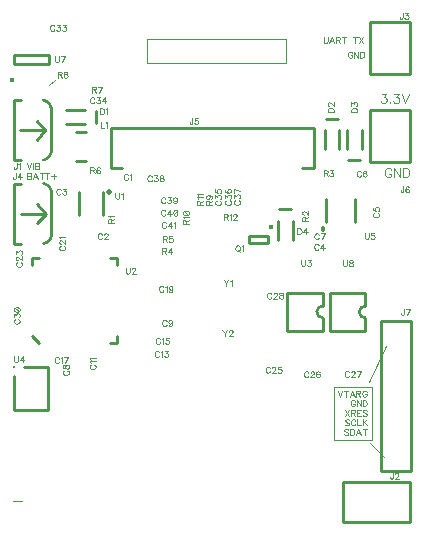
<source format=gbr>
G04 DipTrace 3.1.0.0*
G04 TopSilk.gbr*
%MOIN*%
G04 #@! TF.FileFunction,Legend,Top*
G04 #@! TF.Part,Single*
%ADD10C,0.009843*%
%ADD20C,0.001*%
%ADD21C,0.001312*%
%ADD22C,0.004003*%
%ADD23C,0.004*%
%ADD40C,0.015403*%
%ADD46O,0.01799X0.01862*%
%ADD50C,0.012493*%
%ADD52O,0.017389X0.017948*%
%ADD54C,0.015401*%
%ADD86C,0.003088*%
%ADD87C,0.004632*%
%FSLAX26Y26*%
G04*
G70*
G90*
G75*
G01*
G04 TopSilk*
%LPD*%
X33992Y76985D2*
D20*
X5000D1*
X244501Y1331379D2*
D10*
X181504D1*
X283000Y1335002D2*
Y1374998D1*
X244501Y1378621D2*
X181504D1*
X1092621Y1311501D2*
Y1248504D1*
X1088998Y1350000D2*
X1049002D1*
X1045379Y1311501D2*
Y1248504D1*
X1119379Y1249499D2*
Y1312496D1*
X1123002Y1211000D2*
X1162998D1*
X1166621Y1249499D2*
Y1312496D1*
X936621Y1009194D2*
Y946197D1*
X932998Y1047693D2*
X893002D1*
X889379Y1009194D2*
Y946197D1*
X29651Y1312000D2*
X112364D1*
X84789Y1280496D2*
X112364Y1312000D1*
X106570Y1212008D2*
G03X131581Y1249495I-6213J31232D01*
G01*
Y1374505D1*
G03X106570Y1411992I-31224J6255D01*
G01*
X31524Y1212008D2*
X6513D1*
Y1411992D1*
X31524D1*
X112364Y1312000D2*
X84789Y1343504D1*
X1328205Y6567D2*
X1103795D1*
Y140425D1*
X1328205D1*
Y6567D1*
X1195567Y1497402D2*
X1329425D1*
Y1672598D1*
X1195567D1*
Y1497402D1*
X30562Y1033798D2*
X113274D1*
X85699Y1002294D2*
X113274Y1033798D1*
X107480Y933806D2*
G03X132492Y971293I-6213J31232D01*
G01*
Y1096303D1*
G03X107480Y1133790I-31224J6255D01*
G01*
X32435Y933806D2*
X7424D1*
Y1133790D1*
X32435D1*
X113274Y1033798D2*
X85699Y1065301D1*
X968310Y1185194D2*
X1007585D1*
Y1318990D1*
X330420D1*
Y1185194D1*
X369696D1*
X1195567Y1205008D2*
X1329425D1*
Y1380205D1*
X1195567D1*
Y1205008D1*
X1233005Y175975D2*
X1333006D1*
Y676020D1*
X1233005D1*
Y175975D1*
X246783Y1307217D2*
X215299D1*
X246783Y1208783D2*
X215299D1*
D40*
X863694Y989273D3*
X854499Y958812D2*
D10*
X791505D1*
Y935187D1*
X854499D1*
Y958812D1*
D46*
X324995Y1106312D3*
X303369Y1106386D2*
D10*
Y1027644D1*
X224629Y1106386D2*
Y1027644D1*
X328096Y603120D2*
X351880D1*
Y626904D1*
X68120Y886880D2*
Y863096D1*
Y886880D2*
X91904D1*
X351880Y863096D2*
Y886880D1*
X328096D2*
X351880D1*
X91904Y603120D2*
X68120Y626904D1*
X1037060Y768993D2*
X918950D1*
X1037060Y643002D2*
X918950D1*
Y768993D2*
Y643002D1*
X1037060Y768993D2*
Y725675D1*
Y686320D2*
Y643002D1*
Y725675D2*
G03X1037060Y686320I-24J-19677D01*
G01*
X40750Y522038D2*
X122003D1*
Y378290D1*
X9505D1*
Y490792D1*
D50*
X9493Y522030D3*
X1143512Y1004605D2*
D10*
Y1083348D1*
X1049016Y1004605D2*
Y1083348D1*
D52*
X1037956Y983971D3*
D54*
X2685Y1478225D3*
X7947Y1532291D2*
D10*
X126055D1*
X7947Y1563781D2*
X126055D1*
Y1532291D2*
Y1563781D1*
X7947Y1532291D2*
Y1563781D1*
X1178675Y768849D2*
X1060564D1*
X1178675Y642857D2*
X1060564D1*
Y768849D2*
Y642857D1*
X1178675Y768849D2*
Y725530D1*
Y686176D2*
Y642857D1*
Y725530D2*
G03X1178675Y686176I-24J-19677D01*
G01*
X450000Y1614173D2*
D21*
X915000D1*
Y1535433D1*
X450000D1*
Y1614173D1*
X1191000Y471000D2*
D22*
X1247000Y594000D1*
X125000Y1462000D2*
D23*
X145000Y1479000D1*
X1075000Y457000D2*
X1200000D1*
Y278000D1*
X1075000D1*
Y457000D1*
X1194000Y268000D2*
X1243000Y223000D1*
X387682Y1161288D2*
D86*
X386732Y1163189D1*
X384808Y1165113D1*
X382907Y1166064D1*
X379082D1*
X377159Y1165113D1*
X375258Y1163189D1*
X374285Y1161288D1*
X373334Y1158414D1*
Y1153617D1*
X374285Y1150765D1*
X375258Y1148842D1*
X377159Y1146940D1*
X379082Y1145968D1*
X382907D1*
X384808Y1146940D1*
X386732Y1148842D1*
X387682Y1150765D1*
X393858Y1162217D2*
X395781Y1163189D1*
X398655Y1166041D1*
Y1145968D1*
X301382Y963286D2*
X300432Y965187D1*
X298508Y967110D1*
X296607Y968061D1*
X292782D1*
X290859Y967110D1*
X288958Y965187D1*
X287985Y963286D1*
X287034Y960412D1*
Y955614D1*
X287985Y952762D1*
X288958Y950839D1*
X290859Y948938D1*
X292782Y947965D1*
X296607D1*
X298508Y948938D1*
X300432Y950839D1*
X301382Y952762D1*
X308531Y963263D2*
Y964214D1*
X309481Y966138D1*
X310432Y967088D1*
X312355Y968039D1*
X316180D1*
X318081Y967088D1*
X319032Y966138D1*
X320005Y964214D1*
Y962313D1*
X319032Y960389D1*
X317131Y957538D1*
X307558Y947965D1*
X320955D1*
X163382Y1112288D2*
X162432Y1114189D1*
X160508Y1116113D1*
X158607Y1117064D1*
X154782D1*
X152859Y1116113D1*
X150958Y1114189D1*
X149985Y1112288D1*
X149034Y1109414D1*
Y1104617D1*
X149985Y1101765D1*
X150958Y1099842D1*
X152859Y1097940D1*
X154782Y1096968D1*
X158607D1*
X160508Y1097940D1*
X162432Y1099842D1*
X163382Y1101765D1*
X171481Y1117041D2*
X181983D1*
X176257Y1109392D1*
X179131D1*
X181032Y1108441D1*
X181983Y1107491D1*
X182955Y1104617D1*
Y1102716D1*
X181983Y1099842D1*
X180081Y1097918D1*
X177207Y1096968D1*
X174333D1*
X171481Y1097918D1*
X170531Y1098891D1*
X169558Y1100792D1*
X1023172Y928183D2*
X1022221Y930085D1*
X1020298Y932008D1*
X1018397Y932959D1*
X1014572D1*
X1012649Y932008D1*
X1010747Y930085D1*
X1009775Y928183D1*
X1008824Y925309D1*
Y920512D1*
X1009775Y917660D1*
X1010747Y915737D1*
X1012649Y913835D1*
X1014572Y912863D1*
X1018397D1*
X1020298Y913835D1*
X1022221Y915737D1*
X1023172Y917660D1*
X1038920Y912863D2*
Y932936D1*
X1029348Y919561D1*
X1043696D1*
X1209709Y1036388D2*
X1207808Y1035437D1*
X1205885Y1033514D1*
X1204934Y1031612D1*
Y1027788D1*
X1205885Y1025864D1*
X1207808Y1023963D1*
X1209709Y1022990D1*
X1212583Y1022040D1*
X1217381D1*
X1220232Y1022990D1*
X1222156Y1023963D1*
X1224057Y1025864D1*
X1225030Y1027788D1*
Y1031612D1*
X1224057Y1033514D1*
X1222156Y1035437D1*
X1220233Y1036388D1*
X1204956Y1054037D2*
Y1044487D1*
X1213556Y1043536D1*
X1212605Y1044487D1*
X1211633Y1047361D1*
Y1050213D1*
X1212605Y1053087D1*
X1214507Y1055010D1*
X1217381Y1055961D1*
X1219282D1*
X1222156Y1055010D1*
X1224079Y1053086D1*
X1225030Y1050212D1*
Y1047361D1*
X1224079Y1044487D1*
X1223107Y1043536D1*
X1221205Y1042563D1*
X1165344Y1171881D2*
X1164393Y1173783D1*
X1162470Y1175706D1*
X1160568Y1176657D1*
X1156744D1*
X1154820Y1175706D1*
X1152919Y1173783D1*
X1151946Y1171881D1*
X1150996Y1169007D1*
Y1164210D1*
X1151946Y1161358D1*
X1152919Y1159435D1*
X1154820Y1157533D1*
X1156744Y1156561D1*
X1160568D1*
X1162470Y1157533D1*
X1164393Y1159435D1*
X1165344Y1161358D1*
X1182993Y1173783D2*
X1182043Y1175684D1*
X1179169Y1176635D1*
X1177267D1*
X1174393Y1175684D1*
X1172470Y1172810D1*
X1171519Y1168035D1*
Y1163259D1*
X1172470Y1159435D1*
X1174393Y1157511D1*
X1177267Y1156561D1*
X1178218D1*
X1181070Y1157511D1*
X1182993Y1159435D1*
X1183944Y1162309D1*
Y1163259D1*
X1182993Y1166133D1*
X1181070Y1168035D1*
X1178218Y1168985D1*
X1177267D1*
X1174393Y1168035D1*
X1172470Y1166133D1*
X1171519Y1163259D1*
X1023647Y963553D2*
X1022697Y965455D1*
X1020773Y967378D1*
X1018872Y968329D1*
X1015047D1*
X1013124Y967378D1*
X1011223Y965455D1*
X1010250Y963553D1*
X1009299Y960679D1*
Y955882D1*
X1010250Y953030D1*
X1011223Y951107D1*
X1013124Y949205D1*
X1015047Y948233D1*
X1018872D1*
X1020773Y949205D1*
X1022697Y951107D1*
X1023647Y953030D1*
X1033648Y948233D2*
X1043220Y968306D1*
X1029823D1*
X175709Y510401D2*
X173808Y509451D1*
X171885Y507527D1*
X170934Y505626D1*
Y501801D1*
X171885Y499878D1*
X173808Y497977D1*
X175709Y497004D1*
X178583Y496053D1*
X183381D1*
X186232Y497004D1*
X188156Y497977D1*
X190057Y499878D1*
X191030Y501801D1*
Y505626D1*
X190057Y507527D1*
X188156Y509451D1*
X186233Y510401D1*
X170956Y521352D2*
X171907Y518500D1*
X173808Y517528D1*
X175731D1*
X177633Y518500D1*
X178605Y520402D1*
X179556Y524226D1*
X180507Y527100D1*
X182430Y529001D1*
X184331Y529952D1*
X187205D1*
X189107Y529001D1*
X190079Y528051D1*
X191030Y525177D1*
Y521352D1*
X190079Y518500D1*
X189107Y517528D1*
X187205Y516577D1*
X184331D1*
X182430Y517528D1*
X180507Y519451D1*
X179556Y522303D1*
X178605Y526127D1*
X177633Y528051D1*
X175731Y529001D1*
X173808D1*
X171907Y528051D1*
X170956Y525177D1*
Y521352D1*
X516690Y674535D2*
X515739Y676436D1*
X513816Y678360D1*
X511914Y679310D1*
X508090D1*
X506166Y678360D1*
X504265Y676436D1*
X503292Y674535D1*
X502342Y671661D1*
Y666864D1*
X503292Y664012D1*
X504265Y662088D1*
X506166Y660187D1*
X508090Y659214D1*
X511914D1*
X513816Y660187D1*
X515739Y662088D1*
X516690Y664012D1*
X535312Y672612D2*
X534339Y669738D1*
X532438Y667814D1*
X529564Y666864D1*
X528613D1*
X525739Y667814D1*
X523838Y669738D1*
X522865Y672612D1*
Y673562D1*
X523838Y676436D1*
X525739Y678337D1*
X528613Y679288D1*
X529564D1*
X532438Y678337D1*
X534339Y676436D1*
X535312Y672612D1*
Y667814D1*
X534339Y663039D1*
X532438Y660165D1*
X529564Y659214D1*
X527663D1*
X524789Y660165D1*
X523838Y662088D1*
X264707Y530206D2*
X262805Y529256D1*
X260882Y527332D1*
X259931Y525431D1*
Y521606D1*
X260882Y519683D1*
X262805Y517782D1*
X264707Y516809D1*
X267581Y515858D1*
X272378D1*
X275230Y516809D1*
X277153Y517782D1*
X279055Y519683D1*
X280027Y521606D1*
Y525431D1*
X279055Y527332D1*
X277153Y529256D1*
X275230Y530206D1*
X263778Y536382D2*
X262805Y538305D1*
X259953Y541179D1*
X280027D1*
X263778Y547355D2*
X262805Y549278D1*
X259953Y552152D1*
X280027D1*
X491783Y570800D2*
X490832Y572701D1*
X488909Y574625D1*
X487008Y575575D1*
X483183D1*
X481259Y574625D1*
X479358Y572701D1*
X478385Y570800D1*
X477435Y567926D1*
Y563129D1*
X478385Y560277D1*
X479358Y558353D1*
X481259Y556452D1*
X483183Y555479D1*
X487008D1*
X488909Y556452D1*
X490832Y558353D1*
X491783Y560277D1*
X497959Y571729D2*
X499882Y572701D1*
X502756Y575553D1*
Y555479D1*
X510855Y575553D2*
X521356D1*
X515630Y567904D1*
X518504D1*
X520406Y566953D1*
X521356Y566003D1*
X522329Y563129D1*
Y561227D1*
X521356Y558353D1*
X519455Y556430D1*
X516581Y555479D1*
X513707D1*
X510855Y556430D1*
X509904Y557403D1*
X508932Y559304D1*
X495284Y614695D2*
X494333Y616596D1*
X492410Y618520D1*
X490509Y619470D1*
X486684D1*
X484761Y618520D1*
X482860Y616596D1*
X481887Y614695D1*
X480936Y611821D1*
Y607024D1*
X481887Y604172D1*
X482860Y602248D1*
X484761Y600347D1*
X486684Y599374D1*
X490509D1*
X492410Y600347D1*
X494333Y602248D1*
X495284Y604172D1*
X501460Y615624D2*
X503383Y616596D1*
X506257Y619448D1*
Y599374D1*
X523907Y619448D2*
X514356D1*
X513406Y610848D1*
X514356Y611799D1*
X517230Y612772D1*
X520082D1*
X522956Y611799D1*
X524880Y609898D1*
X525830Y607024D1*
Y605122D1*
X524880Y602248D1*
X522956Y600325D1*
X520082Y599374D1*
X517230D1*
X514356Y600325D1*
X513406Y601298D1*
X512433Y603199D1*
X157901Y550291D2*
X156950Y552192D1*
X155027Y554115D1*
X153126Y555066D1*
X149301D1*
X147378Y554115D1*
X145476Y552192D1*
X144504Y550291D1*
X143553Y547417D1*
Y542619D1*
X144504Y539768D1*
X145476Y537844D1*
X147378Y535943D1*
X149301Y534970D1*
X153126D1*
X155027Y535943D1*
X156950Y537844D1*
X157901Y539768D1*
X164077Y551219D2*
X166000Y552192D1*
X168874Y555044D1*
Y534970D1*
X178874D2*
X188447Y555044D1*
X175050D1*
X506381Y788288D2*
X505431Y790189D1*
X503507Y792113D1*
X501606Y793064D1*
X497782D1*
X495858Y792113D1*
X493957Y790189D1*
X492984Y788288D1*
X492034Y785414D1*
Y780617D1*
X492984Y777765D1*
X493957Y775842D1*
X495858Y773940D1*
X497782Y772968D1*
X501606D1*
X503507Y773940D1*
X505431Y775842D1*
X506381Y777765D1*
X512557Y789217D2*
X514481Y790189D1*
X517355Y793041D1*
Y772968D1*
X535977Y786365D2*
X535004Y783491D1*
X533103Y781567D1*
X530229Y780617D1*
X529278D1*
X526404Y781567D1*
X524503Y783491D1*
X523530Y786365D1*
Y787315D1*
X524503Y790189D1*
X526404Y792091D1*
X529278Y793041D1*
X530229D1*
X533103Y792091D1*
X535004Y790189D1*
X535977Y786365D1*
Y781567D1*
X535004Y776792D1*
X533103Y773918D1*
X530229Y772968D1*
X528328D1*
X525454Y773918D1*
X524503Y775842D1*
X163712Y925901D2*
X161811Y924950D1*
X159887Y923027D1*
X158937Y921126D1*
Y917301D1*
X159887Y915378D1*
X161811Y913476D1*
X163712Y912504D1*
X166586Y911553D1*
X171383D1*
X174235Y912504D1*
X176159Y913476D1*
X178060Y915378D1*
X179033Y917301D1*
Y921126D1*
X178060Y923027D1*
X176159Y924950D1*
X174235Y925901D1*
X163734Y933049D2*
X162783D1*
X160860Y934000D1*
X159909Y934951D1*
X158959Y936874D1*
Y940699D1*
X159909Y942600D1*
X160860Y943551D1*
X162783Y944523D1*
X164685D1*
X166608Y943551D1*
X169460Y941649D1*
X179033Y932077D1*
Y945474D1*
X162783Y951650D2*
X161811Y953573D1*
X158959Y956447D1*
X179033D1*
X19709Y871606D2*
X17808Y870656D1*
X15885Y868732D1*
X14934Y866831D1*
Y863006D1*
X15885Y861083D1*
X17808Y859182D1*
X19709Y858209D1*
X22583Y857258D1*
X27381D1*
X30232Y858209D1*
X32156Y859182D1*
X34057Y861083D1*
X35030Y863006D1*
Y866831D1*
X34057Y868732D1*
X32156Y870656D1*
X30233Y871606D1*
X19731Y878755D2*
X18781D1*
X16857Y879705D1*
X15907Y880656D1*
X14956Y882579D1*
Y886404D1*
X15907Y888305D1*
X16857Y889256D1*
X18781Y890229D1*
X20682D1*
X22605Y889256D1*
X25457Y887355D1*
X35030Y877782D1*
Y891179D1*
X14956Y899278D2*
Y909780D1*
X22605Y904054D1*
Y906928D1*
X23556Y908829D1*
X24507Y909780D1*
X27381Y910752D1*
X29282D1*
X32156Y909780D1*
X34079Y907878D1*
X35030Y905004D1*
Y902130D1*
X34079Y899278D1*
X33107Y898328D1*
X31205Y897355D1*
X860992Y518417D2*
X860041Y520318D1*
X858118Y522241D1*
X856217Y523192D1*
X852392D1*
X850469Y522241D1*
X848567Y520318D1*
X847595Y518417D1*
X846644Y515543D1*
Y510745D1*
X847595Y507894D1*
X848567Y505970D1*
X850469Y504069D1*
X852392Y503096D1*
X856217D1*
X858118Y504069D1*
X860041Y505970D1*
X860992Y507894D1*
X868140Y518395D2*
Y519345D1*
X869091Y521269D1*
X870042Y522219D1*
X871965Y523170D1*
X875790D1*
X877691Y522219D1*
X878642Y521269D1*
X879614Y519345D1*
Y517444D1*
X878642Y515521D1*
X876740Y512669D1*
X867168Y503096D1*
X880565D1*
X898215Y523170D2*
X888664D1*
X887714Y514570D1*
X888664Y515521D1*
X891538Y516493D1*
X894390D1*
X897264Y515521D1*
X899187Y513619D1*
X900138Y510745D1*
Y508844D1*
X899187Y505970D1*
X897264Y504047D1*
X894390Y503096D1*
X891538D1*
X888664Y504047D1*
X887714Y505019D1*
X886741Y506921D1*
X989502Y503288D2*
X988551Y505189D1*
X986628Y507113D1*
X984727Y508064D1*
X980902D1*
X978979Y507113D1*
X977077Y505189D1*
X976105Y503288D1*
X975154Y500414D1*
Y495617D1*
X976105Y492765D1*
X977077Y490842D1*
X978979Y488940D1*
X980902Y487968D1*
X984727D1*
X986628Y488940D1*
X988551Y490842D1*
X989502Y492765D1*
X996650Y503266D2*
Y504217D1*
X997601Y506140D1*
X998552Y507091D1*
X1000475Y508041D1*
X1004300D1*
X1006201Y507091D1*
X1007152Y506140D1*
X1008124Y504217D1*
Y502315D1*
X1007152Y500392D1*
X1005250Y497540D1*
X995678Y487968D1*
X1009075D1*
X1026725Y505189D2*
X1025774Y507091D1*
X1022900Y508041D1*
X1020999D1*
X1018125Y507091D1*
X1016201Y504217D1*
X1015251Y499441D1*
Y494666D1*
X1016201Y490842D1*
X1018125Y488918D1*
X1020999Y487968D1*
X1021949D1*
X1024801Y488918D1*
X1026725Y490842D1*
X1027675Y493716D1*
Y494666D1*
X1026725Y497540D1*
X1024801Y499441D1*
X1021949Y500392D1*
X1020999D1*
X1018125Y499441D1*
X1016201Y497540D1*
X1015251Y494666D1*
X1125189Y504293D2*
X1124238Y506195D1*
X1122315Y508118D1*
X1120414Y509069D1*
X1116589D1*
X1114666Y508118D1*
X1112764Y506195D1*
X1111792Y504293D1*
X1110841Y501419D1*
Y496622D1*
X1111792Y493770D1*
X1112764Y491847D1*
X1114666Y489945D1*
X1116589Y488973D1*
X1120414D1*
X1122315Y489945D1*
X1124238Y491847D1*
X1125189Y493770D1*
X1132337Y504271D2*
Y505222D1*
X1133288Y507145D1*
X1134239Y508096D1*
X1136162Y509047D1*
X1139987D1*
X1141888Y508096D1*
X1142839Y507145D1*
X1143811Y505222D1*
Y503321D1*
X1142839Y501397D1*
X1140937Y498545D1*
X1131365Y488973D1*
X1144762D1*
X1154762D2*
X1164335Y509047D1*
X1150938D1*
X866006Y765522D2*
X865055Y767423D1*
X863132Y769346D1*
X861230Y770297D1*
X857406D1*
X855482Y769346D1*
X853581Y767423D1*
X852608Y765522D1*
X851658Y762648D1*
Y757850D1*
X852608Y754998D1*
X853581Y753075D1*
X855482Y751174D1*
X857406Y750201D1*
X861230D1*
X863132Y751174D1*
X865055Y753075D1*
X866006Y754998D1*
X873154Y765500D2*
Y766450D1*
X874105Y768374D1*
X875055Y769324D1*
X876979Y770275D1*
X880803D1*
X882705Y769324D1*
X883655Y768374D1*
X884628Y766450D1*
Y764549D1*
X883655Y762626D1*
X881754Y759774D1*
X872181Y750201D1*
X885579D1*
X896530Y770275D2*
X893678Y769324D1*
X892705Y767423D1*
Y765500D1*
X893678Y763598D1*
X895579Y762626D1*
X899404Y761675D1*
X902278Y760724D1*
X904179Y758801D1*
X905130Y756900D1*
Y754026D1*
X904179Y752124D1*
X903228Y751152D1*
X900354Y750201D1*
X896530D1*
X893678Y751152D1*
X892705Y752124D1*
X891754Y754026D1*
Y756900D1*
X892705Y758801D1*
X894628Y760724D1*
X897480Y761675D1*
X901305Y762626D1*
X903228Y763598D1*
X904179Y765500D1*
Y767423D1*
X903228Y769324D1*
X900354Y770275D1*
X896530D1*
X11707Y681601D2*
X9805Y680650D1*
X7882Y678727D1*
X6931Y676826D1*
Y673001D1*
X7882Y671078D1*
X9805Y669176D1*
X11707Y668204D1*
X14581Y667253D1*
X19378D1*
X22230Y668204D1*
X24153Y669176D1*
X26055Y671078D1*
X27027Y673001D1*
Y676826D1*
X26055Y678727D1*
X24153Y680650D1*
X22230Y681601D1*
X6953Y689700D2*
Y700201D1*
X14603Y694475D1*
Y697349D1*
X15553Y699251D1*
X16504Y700201D1*
X19378Y701174D1*
X21279D1*
X24153Y700201D1*
X26077Y698300D1*
X27027Y695426D1*
Y692552D1*
X26077Y689700D1*
X25104Y688749D1*
X23203Y687777D1*
X6953Y713098D2*
X7904Y710224D1*
X10778Y708300D1*
X15553Y707350D1*
X18427D1*
X23203Y708300D1*
X26077Y710224D1*
X27027Y713098D1*
Y714999D1*
X26077Y717873D1*
X23203Y719774D1*
X18427Y720747D1*
X15553D1*
X10778Y719774D1*
X7904Y717873D1*
X6953Y714999D1*
Y713098D1*
X10778Y719774D2*
X23203Y708300D1*
X142604Y1658291D2*
X141653Y1660192D1*
X139730Y1662115D1*
X137828Y1663066D1*
X134004D1*
X132080Y1662115D1*
X130179Y1660192D1*
X129206Y1658291D1*
X128256Y1655417D1*
Y1650619D1*
X129206Y1647768D1*
X130179Y1645844D1*
X132080Y1643943D1*
X134004Y1642970D1*
X137828D1*
X139730Y1643943D1*
X141653Y1645844D1*
X142604Y1647768D1*
X150703Y1663044D2*
X161204D1*
X155478Y1655395D1*
X158352D1*
X160253Y1654444D1*
X161204Y1653493D1*
X162177Y1650619D1*
Y1648718D1*
X161204Y1645844D1*
X159303Y1643921D1*
X156429Y1642970D1*
X153555D1*
X150703Y1643921D1*
X149752Y1644894D1*
X148779Y1646795D1*
X170276Y1663044D2*
X180777D1*
X175051Y1655395D1*
X177925D1*
X179826Y1654444D1*
X180777Y1653493D1*
X181750Y1650619D1*
Y1648718D1*
X180777Y1645844D1*
X178876Y1643921D1*
X176002Y1642970D1*
X173128D1*
X170276Y1643921D1*
X169325Y1644894D1*
X168352Y1646795D1*
X276126Y1416288D2*
X275175Y1418189D1*
X273252Y1420113D1*
X271350Y1421064D1*
X267526D1*
X265602Y1420113D1*
X263701Y1418189D1*
X262728Y1416288D1*
X261778Y1413414D1*
Y1408617D1*
X262728Y1405765D1*
X263701Y1403842D1*
X265602Y1401940D1*
X267526Y1400968D1*
X271350D1*
X273252Y1401940D1*
X275175Y1403842D1*
X276126Y1405765D1*
X284225Y1421041D2*
X294726D1*
X289000Y1413392D1*
X291874D1*
X293775Y1412441D1*
X294726Y1411491D1*
X295699Y1408617D1*
Y1406716D1*
X294726Y1403842D1*
X292825Y1401918D1*
X289951Y1400968D1*
X287077D1*
X284225Y1401918D1*
X283274Y1402891D1*
X282301Y1404792D1*
X311447Y1400968D2*
Y1421041D1*
X301874Y1407666D1*
X316222D1*
X683260Y1076902D2*
X681359Y1075951D1*
X679436Y1074028D1*
X678485Y1072126D1*
Y1068302D1*
X679436Y1066378D1*
X681359Y1064477D1*
X683260Y1063504D1*
X686134Y1062554D1*
X690932D1*
X693784Y1063504D1*
X695707Y1064477D1*
X697608Y1066378D1*
X698581Y1068302D1*
Y1072126D1*
X697608Y1074028D1*
X695707Y1075951D1*
X693784Y1076902D1*
X678507Y1085001D2*
Y1095502D1*
X686157Y1089776D1*
Y1092650D1*
X687107Y1094551D1*
X688058Y1095502D1*
X690932Y1096475D1*
X692833D1*
X695707Y1095502D1*
X697630Y1093601D1*
X698581Y1090726D1*
Y1087852D1*
X697630Y1085001D1*
X696658Y1084050D1*
X694756Y1083077D1*
X678507Y1114124D2*
Y1104574D1*
X687107Y1103623D1*
X686157Y1104574D1*
X685184Y1107448D1*
Y1110300D1*
X686157Y1113174D1*
X688058Y1115097D1*
X690932Y1116048D1*
X692833D1*
X695707Y1115097D1*
X697630Y1113174D1*
X698581Y1110300D1*
Y1107448D1*
X697630Y1104574D1*
X696658Y1103623D1*
X694756Y1102650D1*
X716819Y1077388D2*
X714918Y1076437D1*
X712995Y1074514D1*
X712044Y1072613D1*
Y1068788D1*
X712995Y1066865D1*
X714918Y1064963D1*
X716819Y1063991D1*
X719693Y1063040D1*
X724491D1*
X727343Y1063991D1*
X729266Y1064963D1*
X731167Y1066865D1*
X732140Y1068788D1*
Y1072613D1*
X731167Y1074514D1*
X729266Y1076437D1*
X727343Y1077388D1*
X712066Y1085487D2*
Y1095988D1*
X719716Y1090262D1*
Y1093136D1*
X720666Y1095038D1*
X721617Y1095988D1*
X724491Y1096961D1*
X726392D1*
X729266Y1095988D1*
X731190Y1094087D1*
X732140Y1091213D1*
Y1088339D1*
X731190Y1085487D1*
X730217Y1084536D1*
X728316Y1083564D1*
X714918Y1114611D2*
X713017Y1113660D1*
X712066Y1110786D1*
Y1108885D1*
X713017Y1106011D1*
X715891Y1104087D1*
X720666Y1103137D1*
X725441D1*
X729266Y1104087D1*
X731189Y1106011D1*
X732140Y1108885D1*
Y1109835D1*
X731189Y1112687D1*
X729266Y1114611D1*
X726392Y1115561D1*
X725441D1*
X722567Y1114611D1*
X720666Y1112687D1*
X719716Y1109835D1*
Y1108885D1*
X720666Y1106011D1*
X722567Y1104087D1*
X725441Y1103137D1*
X746384Y1077899D2*
X744482Y1076948D1*
X742559Y1075025D1*
X741608Y1073124D1*
Y1069299D1*
X742559Y1067376D1*
X744482Y1065474D1*
X746384Y1064502D1*
X749258Y1063551D1*
X754055D1*
X756907Y1064502D1*
X758830Y1065474D1*
X760732Y1067376D1*
X761704Y1069299D1*
Y1073124D1*
X760732Y1075025D1*
X758830Y1076948D1*
X756907Y1077899D1*
X741631Y1085998D2*
Y1096499D1*
X749280Y1090773D1*
Y1093647D1*
X750231Y1095549D1*
X751181Y1096499D1*
X754055Y1097472D1*
X755956D1*
X758830Y1096499D1*
X760754Y1094598D1*
X761704Y1091724D1*
Y1088850D1*
X760754Y1085998D1*
X759781Y1085047D1*
X757880Y1084075D1*
X761704Y1107472D2*
X741631Y1117045D1*
Y1103648D1*
X467368Y1156293D2*
X466417Y1158195D1*
X464494Y1160118D1*
X462593Y1161069D1*
X458768D1*
X456845Y1160118D1*
X454943Y1158195D1*
X453971Y1156293D1*
X453020Y1153419D1*
Y1148622D1*
X453971Y1145770D1*
X454943Y1143847D1*
X456845Y1141945D1*
X458768Y1140973D1*
X462593D1*
X464494Y1141945D1*
X466417Y1143847D1*
X467368Y1145770D1*
X475467Y1161047D2*
X485968D1*
X480242Y1153397D1*
X483116D1*
X485018Y1152447D1*
X485968Y1151496D1*
X486941Y1148622D1*
Y1146721D1*
X485968Y1143847D1*
X484067Y1141923D1*
X481193Y1140973D1*
X478319D1*
X475467Y1141923D1*
X474516Y1142896D1*
X473544Y1144797D1*
X497892Y1161047D2*
X495040Y1160096D1*
X494067Y1158195D1*
Y1156271D1*
X495040Y1154370D1*
X496941Y1153397D1*
X500766Y1152447D1*
X503640Y1151496D1*
X505541Y1149573D1*
X506492Y1147671D1*
Y1144797D1*
X505541Y1142896D1*
X504591Y1141923D1*
X501717Y1140973D1*
X497892D1*
X495040Y1141923D1*
X494067Y1142896D1*
X493117Y1144797D1*
Y1147671D1*
X494067Y1149573D1*
X495991Y1151496D1*
X498843Y1152447D1*
X502667Y1153397D1*
X504591Y1154370D1*
X505541Y1156271D1*
Y1158195D1*
X504591Y1160096D1*
X501717Y1161047D1*
X497892D1*
X512835Y1083293D2*
X511884Y1085195D1*
X509961Y1087118D1*
X508060Y1088069D1*
X504235D1*
X502311Y1087118D1*
X500410Y1085195D1*
X499437Y1083293D1*
X498487Y1080419D1*
Y1075622D1*
X499437Y1072770D1*
X500410Y1070847D1*
X502311Y1068945D1*
X504235Y1067973D1*
X508060D1*
X509961Y1068945D1*
X511884Y1070847D1*
X512835Y1072770D1*
X520934Y1088047D2*
X531435D1*
X525709Y1080397D1*
X528583D1*
X530484Y1079447D1*
X531435Y1078496D1*
X532408Y1075622D1*
Y1073721D1*
X531435Y1070847D1*
X529534Y1068923D1*
X526660Y1067973D1*
X523786D1*
X520934Y1068923D1*
X519983Y1069896D1*
X519010Y1071797D1*
X551030Y1081370D2*
X550057Y1078496D1*
X548156Y1076573D1*
X545282Y1075622D1*
X544332D1*
X541458Y1076573D1*
X539556Y1078496D1*
X538584Y1081370D1*
Y1082321D1*
X539556Y1085195D1*
X541458Y1087096D1*
X544332Y1088047D1*
X545282D1*
X548156Y1087096D1*
X550057Y1085195D1*
X551030Y1081370D1*
Y1076573D1*
X550057Y1071797D1*
X548156Y1068923D1*
X545282Y1067973D1*
X543381D1*
X540507Y1068923D1*
X539556Y1070847D1*
X512882Y1042288D2*
X511931Y1044189D1*
X510008Y1046113D1*
X508106Y1047064D1*
X504282D1*
X502358Y1046113D1*
X500457Y1044189D1*
X499484Y1042288D1*
X498534Y1039414D1*
Y1034617D1*
X499484Y1031765D1*
X500457Y1029842D1*
X502358Y1027940D1*
X504282Y1026968D1*
X508106D1*
X510008Y1027940D1*
X511931Y1029842D1*
X512882Y1031765D1*
X528630Y1026968D2*
Y1047041D1*
X519057Y1033666D1*
X533405D1*
X545329Y1047041D2*
X542455Y1046091D1*
X540532Y1043217D1*
X539581Y1038441D1*
Y1035567D1*
X540532Y1030792D1*
X542455Y1027918D1*
X545329Y1026968D1*
X547230D1*
X550104Y1027918D1*
X552005Y1030792D1*
X552978Y1035567D1*
Y1038441D1*
X552005Y1043217D1*
X550104Y1046091D1*
X547230Y1047041D1*
X545329D1*
X552005Y1043217D2*
X540532Y1030792D1*
X514591Y1001299D2*
X513640Y1003200D1*
X511717Y1005123D1*
X509816Y1006074D1*
X505991D1*
X504068Y1005123D1*
X502166Y1003200D1*
X501194Y1001299D1*
X500243Y998425D1*
Y993627D1*
X501194Y990775D1*
X502166Y988852D1*
X504068Y986951D1*
X505991Y985978D1*
X509816D1*
X511717Y986951D1*
X513640Y988852D1*
X514591Y990775D1*
X530339Y985978D2*
Y1006052D1*
X520767Y992677D1*
X535115D1*
X541290Y1002227D2*
X543214Y1003200D1*
X546088Y1006052D1*
Y985978D1*
X295253Y1384905D2*
Y1364809D1*
X301952D1*
X304826Y1365782D1*
X306749Y1367683D1*
X307700Y1369607D1*
X308650Y1372459D1*
Y1377256D1*
X307700Y1380130D1*
X306749Y1382031D1*
X304826Y1383955D1*
X301952Y1384905D1*
X295253D1*
X314826Y1381059D2*
X316750Y1382031D1*
X319624Y1384883D1*
Y1364809D1*
X1053462Y1372103D2*
X1073558D1*
Y1378801D1*
X1072585Y1381675D1*
X1070684Y1383599D1*
X1068761Y1384550D1*
X1065909Y1385500D1*
X1061111D1*
X1058237Y1384550D1*
X1056336Y1383599D1*
X1054413Y1381676D1*
X1053462Y1378802D1*
Y1372103D1*
X1058260Y1392649D2*
X1057309D1*
X1055386Y1393599D1*
X1054435Y1394550D1*
X1053484Y1396473D1*
Y1400298D1*
X1054435Y1402199D1*
X1055386Y1403150D1*
X1057309Y1404123D1*
X1059210D1*
X1061134Y1403150D1*
X1063985Y1401248D1*
X1073558Y1391676D1*
Y1405073D1*
X1132462Y1372213D2*
X1152558D1*
Y1378912D1*
X1151585Y1381786D1*
X1149684Y1383709D1*
X1147761Y1384660D1*
X1144909Y1385610D1*
X1140111D1*
X1137237Y1384660D1*
X1135336Y1383709D1*
X1133413Y1381786D1*
X1132462Y1378912D1*
Y1372213D1*
X1132484Y1393709D2*
Y1404211D1*
X1140134Y1398485D1*
Y1401359D1*
X1141084Y1403260D1*
X1142035Y1404211D1*
X1144909Y1405183D1*
X1146810D1*
X1149684Y1404211D1*
X1151607Y1402309D1*
X1152558Y1399435D1*
Y1396561D1*
X1151607Y1393709D1*
X1150635Y1392759D1*
X1148733Y1391786D1*
X953034Y984987D2*
Y964891D1*
X959733D1*
X962607Y965864D1*
X964530Y967765D1*
X965481Y969689D1*
X966432Y972541D1*
Y977338D1*
X965481Y980212D1*
X964530Y982113D1*
X962607Y984037D1*
X959733Y984987D1*
X953034D1*
X982180Y964891D2*
Y984965D1*
X972607Y971590D1*
X986955D1*
X16654Y1202680D2*
Y1187382D1*
X15703Y1184508D1*
X14731Y1183557D1*
X12829Y1182584D1*
X10906D1*
X9005Y1183557D1*
X8054Y1184508D1*
X7081Y1187382D1*
Y1189283D1*
X22830Y1198834D2*
X24753Y1199806D1*
X27627Y1202658D1*
Y1182584D1*
X1271000Y170712D2*
Y155413D1*
X1270049Y152539D1*
X1269076Y151589D1*
X1267175Y150616D1*
X1265252D1*
X1263351Y151589D1*
X1262400Y152539D1*
X1261427Y155413D1*
Y157314D1*
X1278148Y165914D2*
Y166865D1*
X1279099Y168788D1*
X1280050Y169739D1*
X1281973Y170690D1*
X1285798D1*
X1287699Y169739D1*
X1288649Y168788D1*
X1289622Y166865D1*
Y164964D1*
X1288649Y163040D1*
X1286748Y160188D1*
X1277176Y150616D1*
X1290573D1*
X1303493Y1702885D2*
Y1687586D1*
X1302543Y1684712D1*
X1301570Y1683762D1*
X1299669Y1682789D1*
X1297745D1*
X1295844Y1683762D1*
X1294893Y1684712D1*
X1293921Y1687586D1*
Y1689488D1*
X1311592Y1702863D2*
X1322094D1*
X1316368Y1695214D1*
X1319242D1*
X1321143Y1694263D1*
X1322094Y1693312D1*
X1323066Y1690438D1*
Y1688537D1*
X1322094Y1685663D1*
X1320192Y1683740D1*
X1317318Y1682789D1*
X1314444D1*
X1311592Y1683740D1*
X1310642Y1684712D1*
X1309669Y1686614D1*
X13790Y1168481D2*
Y1153182D1*
X12839Y1150308D1*
X11866Y1149358D1*
X9965Y1148385D1*
X8042D1*
X6140Y1149358D1*
X5190Y1150308D1*
X4217Y1153182D1*
Y1155083D1*
X29538Y1148385D2*
Y1168459D1*
X19965Y1155083D1*
X34313D1*
X603005Y1352281D2*
Y1336983D1*
X602054Y1334109D1*
X601082Y1333158D1*
X599180Y1332185D1*
X597257D1*
X595356Y1333158D1*
X594405Y1334109D1*
X593432Y1336983D1*
Y1338884D1*
X620655Y1352259D2*
X611104D1*
X610154Y1343659D1*
X611104Y1344610D1*
X613978Y1345583D1*
X616830D1*
X619704Y1344610D1*
X621627Y1342709D1*
X622578Y1339835D1*
Y1337933D1*
X621627Y1335059D1*
X619704Y1333136D1*
X616830Y1332185D1*
X613978D1*
X611104Y1333136D1*
X610154Y1334109D1*
X609181Y1336010D1*
X1305982Y1124494D2*
Y1109195D1*
X1305032Y1106321D1*
X1304059Y1105371D1*
X1302158Y1104398D1*
X1300234D1*
X1298333Y1105371D1*
X1297382Y1106321D1*
X1296410Y1109195D1*
Y1111097D1*
X1323632Y1121620D2*
X1322681Y1123521D1*
X1319807Y1124472D1*
X1317906D1*
X1315032Y1123521D1*
X1313109Y1120647D1*
X1312158Y1115872D1*
Y1111097D1*
X1313109Y1107272D1*
X1315032Y1105349D1*
X1317906Y1104398D1*
X1318857D1*
X1321709Y1105349D1*
X1323632Y1107272D1*
X1324583Y1110146D1*
Y1111097D1*
X1323632Y1113971D1*
X1321709Y1115872D1*
X1318857Y1116823D1*
X1317906D1*
X1315032Y1115872D1*
X1313109Y1113971D1*
X1312158Y1111097D1*
X1308005Y716306D2*
Y701008D1*
X1307054Y698134D1*
X1306082Y697183D1*
X1304180Y696210D1*
X1302257D1*
X1300356Y697183D1*
X1299405Y698134D1*
X1298432Y701008D1*
Y702909D1*
X1318005Y696210D2*
X1327578Y716284D1*
X1314181D1*
X296779Y1340436D2*
Y1320340D1*
X308253D1*
X314429Y1336589D2*
X316352Y1337562D1*
X319226Y1340414D1*
Y1320340D1*
X752046Y928273D2*
X750145Y927345D1*
X748221Y925422D1*
X747271Y923498D1*
X746298Y920624D1*
Y915849D1*
X747271Y912975D1*
X748221Y911074D1*
X750145Y909150D1*
X752046Y908200D1*
X755871D1*
X757794Y909150D1*
X759695Y911074D1*
X760646Y912975D1*
X761619Y915849D1*
Y920624D1*
X760646Y923498D1*
X759695Y925422D1*
X757794Y927345D1*
X755871Y928273D1*
X752046D1*
X754920Y912024D2*
X760646Y906276D1*
X767794Y924427D2*
X769718Y925399D1*
X772592Y928251D1*
Y908177D1*
X332504Y1002815D2*
Y1011415D1*
X331531Y1014289D1*
X330581Y1015262D1*
X328679Y1016212D1*
X326756D1*
X324855Y1015262D1*
X323882Y1014289D1*
X322931Y1011415D1*
Y1002815D1*
X343027D1*
X332504Y1009514D2*
X343027Y1016212D1*
X326778Y1022388D2*
X325805Y1024311D1*
X322953Y1027185D1*
X343027D1*
X978976Y1009468D2*
Y1018068D1*
X978004Y1020942D1*
X977053Y1021914D1*
X975152Y1022865D1*
X973228D1*
X971327Y1021914D1*
X970354Y1020942D1*
X969404Y1018068D1*
Y1009468D1*
X989500D1*
X978976Y1016166D2*
X989500Y1022865D1*
X974201Y1030013D2*
X973251D1*
X971327Y1030964D1*
X970376Y1031915D1*
X969426Y1033838D1*
Y1037663D1*
X970376Y1039564D1*
X971327Y1040515D1*
X973251Y1041487D1*
X975152D1*
X977075Y1040515D1*
X979927Y1038613D1*
X989500Y1029041D1*
Y1042438D1*
X1039982Y1168444D2*
X1048582D1*
X1051456Y1169416D1*
X1052429Y1170367D1*
X1053379Y1172268D1*
Y1174192D1*
X1052429Y1176093D1*
X1051456Y1177066D1*
X1048582Y1178016D1*
X1039982D1*
Y1157920D1*
X1046681Y1168444D2*
X1053379Y1157920D1*
X1061478Y1177994D2*
X1071980D1*
X1066254Y1170345D1*
X1069128D1*
X1071029Y1169394D1*
X1071980Y1168444D1*
X1072952Y1165570D1*
Y1163668D1*
X1071980Y1160794D1*
X1070078Y1158871D1*
X1067204Y1157920D1*
X1064330D1*
X1061478Y1158871D1*
X1060528Y1159844D1*
X1059555Y1161745D1*
X502386Y909496D2*
X510986D1*
X513860Y910469D1*
X514833Y911419D1*
X515783Y913321D1*
Y915244D1*
X514833Y917145D1*
X513860Y918118D1*
X510986Y919069D1*
X502386D1*
Y898973D1*
X509085Y909496D2*
X515783Y898973D1*
X531532D2*
Y919047D1*
X521959Y905671D1*
X536307D1*
X504680Y949496D2*
X513280D1*
X516154Y950469D1*
X517127Y951419D1*
X518078Y953321D1*
Y955244D1*
X517127Y957145D1*
X516154Y958118D1*
X513280Y959069D1*
X504680D1*
Y938973D1*
X511379Y949496D2*
X518078Y938973D1*
X535727Y959047D2*
X526177D1*
X525226Y950447D1*
X526177Y951397D1*
X529051Y952370D1*
X531903D1*
X534777Y951397D1*
X536700Y949496D1*
X537651Y946622D1*
Y944721D1*
X536700Y941847D1*
X534777Y939923D1*
X531903Y938973D1*
X529051D1*
X526177Y939923D1*
X525226Y940896D1*
X524253Y942797D1*
X262996Y1178081D2*
X271596D1*
X274470Y1179054D1*
X275443Y1180005D1*
X276393Y1181906D1*
Y1183829D1*
X275443Y1185731D1*
X274470Y1186703D1*
X271596Y1187654D1*
X262996D1*
Y1167558D1*
X269695Y1178081D2*
X276393Y1167558D1*
X294043Y1184780D2*
X293092Y1186681D1*
X290218Y1187632D1*
X288317D1*
X285443Y1186681D1*
X283520Y1183807D1*
X282569Y1179032D1*
Y1174257D1*
X283520Y1170432D1*
X285443Y1168509D1*
X288317Y1167558D1*
X289268D1*
X292120Y1168509D1*
X294043Y1170432D1*
X294994Y1173306D1*
Y1174257D1*
X294043Y1177131D1*
X292120Y1179032D1*
X289268Y1179983D1*
X288317D1*
X285443Y1179032D1*
X283520Y1177131D1*
X282569Y1174257D1*
X268515Y1447499D2*
X277115D1*
X279989Y1448471D1*
X280962Y1449422D1*
X281912Y1451323D1*
Y1453247D1*
X280962Y1455148D1*
X279989Y1456121D1*
X277115Y1457071D1*
X268515D1*
Y1436975D1*
X275213Y1447499D2*
X281912Y1436975D1*
X291913D2*
X301485Y1457049D1*
X288088D1*
X153526Y1497499D2*
X162126D1*
X165000Y1498471D1*
X165973Y1499422D1*
X166923Y1501323D1*
Y1503247D1*
X165973Y1505148D1*
X165000Y1506121D1*
X162126Y1507071D1*
X153526D1*
Y1486975D1*
X160225Y1497499D2*
X166923Y1486975D1*
X177874Y1507049D2*
X175022Y1506099D1*
X174050Y1504197D1*
Y1502274D1*
X175022Y1500373D1*
X176924Y1499400D1*
X180748Y1498449D1*
X183622Y1497499D1*
X185523Y1495575D1*
X186474Y1493674D1*
Y1490800D1*
X185523Y1488899D1*
X184573Y1487926D1*
X181699Y1486975D1*
X177874D1*
X175022Y1487926D1*
X174050Y1488899D1*
X173099Y1490800D1*
Y1493674D1*
X174050Y1495575D1*
X175973Y1497499D1*
X178825Y1498449D1*
X182649Y1499400D1*
X184573Y1500373D1*
X185523Y1502274D1*
Y1504197D1*
X184573Y1506099D1*
X181699Y1507049D1*
X177874D1*
X657509Y1062985D2*
Y1071585D1*
X656536Y1074459D1*
X655586Y1075432D1*
X653685Y1076382D1*
X651761D1*
X649860Y1075432D1*
X648887Y1074459D1*
X647937Y1071585D1*
X647936Y1062985D1*
X668032D1*
X657509Y1069684D2*
X668033Y1076382D1*
X654635Y1095005D2*
X657509Y1094032D1*
X659433Y1092131D1*
X660383Y1089257D1*
Y1088306D1*
X659433Y1085432D1*
X657509Y1083531D1*
X654635Y1082558D1*
X653685D1*
X650811Y1083531D1*
X648909Y1085432D1*
X647959Y1088306D1*
Y1089257D1*
X648909Y1092131D1*
X650811Y1094032D1*
X654635Y1095005D1*
X659433D1*
X664208Y1094032D1*
X667082Y1092131D1*
X668033Y1089257D1*
Y1087355D1*
X667082Y1084481D1*
X665159Y1083531D1*
X580598Y999026D2*
Y1007626D1*
X579626Y1010500D1*
X578675Y1011472D1*
X576774Y1012423D1*
X574850D1*
X572949Y1011472D1*
X571976Y1010500D1*
X571026Y1007626D1*
Y999026D1*
X591122D1*
X580598Y1005724D2*
X591122Y1012423D1*
X574873Y1018599D2*
X573900Y1020522D1*
X571048Y1023396D1*
X591122D1*
X571048Y1035320D2*
X571999Y1032446D1*
X574873Y1030522D1*
X579648Y1029572D1*
X582522D1*
X587297Y1030522D1*
X590171Y1032446D1*
X591122Y1035320D1*
Y1037221D1*
X590171Y1040095D1*
X587297Y1041996D1*
X582522Y1042969D1*
X579648D1*
X574873Y1041996D1*
X571999Y1040095D1*
X571048Y1037221D1*
Y1035320D1*
X574873Y1041996D2*
X587297Y1030522D1*
X626507Y1063323D2*
Y1071923D1*
X625534Y1074797D1*
X624583Y1075770D1*
X622682Y1076720D1*
X620759D1*
X618857Y1075770D1*
X617885Y1074797D1*
X616934Y1071923D1*
Y1063323D1*
X637030D1*
X626507Y1070022D2*
X637030Y1076720D1*
X620781Y1082896D2*
X619808Y1084819D1*
X616956Y1087693D1*
X637030D1*
X620781Y1093869D2*
X619808Y1095793D1*
X616956Y1098667D1*
X637030D1*
X707034Y1022396D2*
X715633D1*
X718507Y1023369D1*
X719480Y1024320D1*
X720431Y1026221D1*
Y1028144D1*
X719480Y1030046D1*
X718507Y1031018D1*
X715633Y1031969D1*
X707034D1*
Y1011873D1*
X713732Y1022396D2*
X720431Y1011873D1*
X726607Y1028122D2*
X728530Y1029095D1*
X731404Y1031947D1*
Y1011873D1*
X738552Y1027172D2*
Y1028122D1*
X739503Y1030046D1*
X740454Y1030996D1*
X742377Y1031947D1*
X746202D1*
X748103Y1030996D1*
X749054Y1030046D1*
X750026Y1028122D1*
Y1026221D1*
X749054Y1024298D1*
X747152Y1021446D1*
X737580Y1011873D1*
X750977D1*
X346122Y1103516D2*
Y1089168D1*
X347073Y1086294D1*
X348996Y1084393D1*
X351870Y1083420D1*
X353771D1*
X356645Y1084393D1*
X358569Y1086294D1*
X359519Y1089168D1*
Y1103516D1*
X365695Y1099670D2*
X367618Y1100642D1*
X370492Y1103494D1*
Y1083420D1*
X380512Y853747D2*
Y839399D1*
X381463Y836525D1*
X383386Y834624D1*
X386260Y833651D1*
X388161D1*
X391036Y834624D1*
X392959Y836525D1*
X393910Y839399D1*
Y853747D1*
X401058Y848950D2*
Y849900D1*
X402009Y851824D1*
X402959Y852774D1*
X404883Y853725D1*
X408707D1*
X410609Y852774D1*
X411559Y851824D1*
X412532Y849900D1*
Y847999D1*
X411559Y846076D1*
X409658Y843224D1*
X400085Y833651D1*
X413483D1*
X965520Y878974D2*
Y864626D1*
X966471Y861752D1*
X968394Y859851D1*
X971268Y858878D1*
X973169D1*
X976043Y859851D1*
X977967Y861752D1*
X978917Y864626D1*
Y878974D1*
X987016Y878952D2*
X997518D1*
X991792Y871303D1*
X994666D1*
X996567Y870352D1*
X997518Y869402D1*
X998490Y866528D1*
Y864626D1*
X997518Y861752D1*
X995616Y859829D1*
X992742Y858878D1*
X989868D1*
X987016Y859829D1*
X986066Y860802D1*
X985093Y862703D1*
X7667Y559587D2*
Y545239D1*
X8617Y542365D1*
X10541Y540464D1*
X13415Y539491D1*
X15316D1*
X18190Y540464D1*
X20113Y542365D1*
X21064Y545239D1*
Y559587D1*
X36813Y539491D2*
Y559565D1*
X27240Y546190D1*
X41588D1*
X1176899Y969528D2*
Y955180D1*
X1177850Y952306D1*
X1179773Y950405D1*
X1182647Y949432D1*
X1184549D1*
X1187423Y950405D1*
X1189346Y952306D1*
X1190297Y955180D1*
Y969528D1*
X1207946Y969506D2*
X1198396D1*
X1197445Y960906D1*
X1198396Y961857D1*
X1201270Y962829D1*
X1204122D1*
X1206996Y961857D1*
X1208919Y959955D1*
X1209870Y957081D1*
Y955180D1*
X1208919Y952306D1*
X1206996Y950383D1*
X1204122Y949432D1*
X1201270D1*
X1198396Y950383D1*
X1197445Y951355D1*
X1196472Y953257D1*
X145029Y1559092D2*
Y1544744D1*
X145980Y1541870D1*
X147903Y1539969D1*
X150777Y1538996D1*
X152679D1*
X155553Y1539969D1*
X157476Y1541870D1*
X158427Y1544744D1*
Y1559092D1*
X168427Y1538996D2*
X178000Y1559070D1*
X164602D1*
X1105148Y878827D2*
Y864479D1*
X1106099Y861605D1*
X1108022Y859704D1*
X1110896Y858731D1*
X1112797D1*
X1115671Y859704D1*
X1117595Y861605D1*
X1118545Y864479D1*
Y878827D1*
X1129496Y878805D2*
X1126644Y877855D1*
X1125672Y875953D1*
Y874030D1*
X1126644Y872129D1*
X1128546Y871156D1*
X1132370Y870205D1*
X1135244Y869255D1*
X1137146Y867331D1*
X1138096Y865430D1*
Y862556D1*
X1137146Y860655D1*
X1136195Y859682D1*
X1133321Y858731D1*
X1129496D1*
X1126644Y859682D1*
X1125672Y860655D1*
X1124721Y862556D1*
Y865430D1*
X1125672Y867331D1*
X1127595Y869255D1*
X1130447Y870205D1*
X1134272Y871156D1*
X1136195Y872129D1*
X1137146Y874030D1*
Y875953D1*
X1136195Y877855D1*
X1133321Y878805D1*
X1129496D1*
X706869Y811381D2*
X714519Y801808D1*
Y791285D1*
X722168Y811381D2*
X714519Y801808D1*
X728344Y807534D2*
X730267Y808507D1*
X733141Y811359D1*
Y791285D1*
X702475Y645119D2*
X710124Y635546D1*
Y625023D1*
X717774Y645119D2*
X710124Y635546D1*
X724922Y640321D2*
Y641272D1*
X725873Y643195D1*
X726823Y644146D1*
X728747Y645097D1*
X732571D1*
X734473Y644146D1*
X735423Y643195D1*
X736396Y641272D1*
Y639371D1*
X735423Y637447D1*
X733522Y634595D1*
X723949Y625023D1*
X737347D1*
X1233484Y1432516D2*
D87*
X1249236D1*
X1240647Y1421042D1*
X1244958D1*
X1247810Y1419616D1*
X1249236Y1418190D1*
X1250695Y1413879D1*
Y1411027D1*
X1249236Y1406716D1*
X1246384Y1403831D1*
X1242073Y1402405D1*
X1237762D1*
X1233484Y1403831D1*
X1232058Y1405290D1*
X1230599Y1408142D1*
X1261385Y1405290D2*
X1259959Y1403831D1*
X1261385Y1402405D1*
X1262844Y1403831D1*
X1261385Y1405290D1*
X1274993Y1432516D2*
X1290744D1*
X1282156Y1421042D1*
X1286467D1*
X1289318Y1419616D1*
X1290744Y1418190D1*
X1292204Y1413879D1*
Y1411027D1*
X1290744Y1406716D1*
X1287892Y1403831D1*
X1283581Y1402405D1*
X1279270D1*
X1274993Y1403831D1*
X1273567Y1405290D1*
X1272108Y1408142D1*
X1301467Y1432549D2*
X1312941Y1402405D1*
X1324415Y1432549D1*
X1266121Y1178376D2*
X1264695Y1181228D1*
X1261810Y1184113D1*
X1258958Y1185539D1*
X1253221D1*
X1250336Y1184113D1*
X1247484Y1181228D1*
X1246025Y1178376D1*
X1244599Y1174065D1*
Y1166869D1*
X1246025Y1162591D1*
X1247484Y1159706D1*
X1250336Y1156854D1*
X1253221Y1155395D1*
X1258958D1*
X1261810Y1156854D1*
X1264695Y1159706D1*
X1266121Y1162591D1*
Y1166869D1*
X1258958D1*
X1295481Y1185539D2*
Y1155395D1*
X1275385Y1185539D1*
Y1155395D1*
X1304744Y1185539D2*
Y1155395D1*
X1314792D1*
X1319103Y1156854D1*
X1321989Y1159706D1*
X1323414Y1162591D1*
X1324840Y1166869D1*
Y1174065D1*
X1323414Y1178376D1*
X1321989Y1181228D1*
X1319103Y1184113D1*
X1314792Y1185539D1*
X1304744D1*
X1086894Y443762D2*
D86*
X1094544Y423666D1*
X1102193Y443762D1*
X1115067D2*
Y423666D1*
X1108369Y443762D2*
X1121766D1*
X1143262Y423666D2*
X1135591Y443762D1*
X1127942Y423666D1*
X1130816Y430365D2*
X1140388D1*
X1149438Y434190D2*
X1158038D1*
X1160912Y435163D1*
X1161885Y436113D1*
X1162835Y438014D1*
Y439938D1*
X1161885Y441839D1*
X1160912Y442812D1*
X1158038Y443762D1*
X1149438D1*
Y423666D1*
X1156137Y434190D2*
X1162835Y423666D1*
X1183359Y438987D2*
X1182408Y440888D1*
X1180485Y442812D1*
X1178584Y443762D1*
X1174759D1*
X1172836Y442812D1*
X1170934Y440888D1*
X1169962Y438987D1*
X1169011Y436113D1*
Y431316D1*
X1169962Y428464D1*
X1170934Y426540D1*
X1172836Y424639D1*
X1174759Y423666D1*
X1178584D1*
X1180485Y424639D1*
X1182408Y426540D1*
X1183359Y428464D1*
Y431316D1*
X1178584D1*
X51995Y1168765D2*
Y1148669D1*
X60617D1*
X63491Y1149642D1*
X64442Y1150592D1*
X65393Y1152494D1*
Y1155368D1*
X64442Y1157291D1*
X63491Y1158242D1*
X60617Y1159192D1*
X63491Y1160165D1*
X64442Y1161116D1*
X65393Y1163017D1*
Y1164940D1*
X64442Y1166842D1*
X63491Y1167814D1*
X60617Y1168765D1*
X51995D1*
Y1159192D2*
X60617D1*
X86889Y1148669D2*
X79218Y1168765D1*
X71568Y1148669D1*
X74442Y1155368D2*
X84015D1*
X99763Y1168765D2*
Y1148669D1*
X93065Y1168765D2*
X106462D1*
X119337D2*
Y1148669D1*
X112638Y1168765D2*
X126035D1*
X140811Y1167317D2*
Y1150095D1*
X132211Y1158695D2*
X149433D1*
X50995Y1202765D2*
X58645Y1182669D1*
X66294Y1202765D1*
X72470D2*
Y1182669D1*
X78645Y1202765D2*
Y1182669D1*
X87267D1*
X90141Y1183642D1*
X91092Y1184592D1*
X92043Y1186494D1*
Y1189368D1*
X91092Y1191291D1*
X90141Y1192242D1*
X87267Y1193192D1*
X90141Y1194165D1*
X91092Y1195116D1*
X92043Y1197017D1*
Y1198940D1*
X91092Y1200842D1*
X90141Y1201814D1*
X87267Y1202765D1*
X78645D1*
Y1193192D2*
X87267D1*
X1144213Y406915D2*
X1143263Y408816D1*
X1141339Y410740D1*
X1139438Y411690D1*
X1135613D1*
X1133690Y410740D1*
X1131789Y408816D1*
X1130816Y406915D1*
X1129865Y404041D1*
Y399244D1*
X1130816Y396392D1*
X1131789Y394468D1*
X1133690Y392567D1*
X1135613Y391594D1*
X1139438D1*
X1141339Y392567D1*
X1143263Y394468D1*
X1144213Y396392D1*
Y399244D1*
X1139438D1*
X1163786Y411690D2*
Y391594D1*
X1150389Y411690D1*
Y391594D1*
X1169962Y411690D2*
Y391594D1*
X1176661D1*
X1179535Y392567D1*
X1181458Y394468D1*
X1182409Y396392D1*
X1183359Y399244D1*
Y404041D1*
X1182409Y406915D1*
X1181458Y408816D1*
X1179535Y410740D1*
X1176661Y411690D1*
X1169962D1*
X1125613Y344672D2*
X1123712Y346595D1*
X1120838Y347546D1*
X1117013D1*
X1114139Y346595D1*
X1112216Y344672D1*
Y342771D1*
X1113189Y340847D1*
X1114139Y339897D1*
X1116040Y338946D1*
X1121789Y337023D1*
X1123712Y336072D1*
X1124663Y335099D1*
X1125613Y333198D1*
Y330324D1*
X1123712Y328423D1*
X1120838Y327450D1*
X1117013D1*
X1114139Y328423D1*
X1112216Y330324D1*
X1146137Y342771D2*
X1145186Y344672D1*
X1143263Y346595D1*
X1141362Y347546D1*
X1137537D1*
X1135614Y346595D1*
X1133712Y344672D1*
X1132740Y342771D1*
X1131789Y339897D1*
Y335099D1*
X1132740Y332247D1*
X1133712Y330324D1*
X1135614Y328423D1*
X1137537Y327450D1*
X1141362D1*
X1143263Y328423D1*
X1145186Y330324D1*
X1146137Y332247D1*
X1152313Y347546D2*
Y327450D1*
X1163786D1*
X1169962Y347546D2*
Y327450D1*
X1183360Y347546D2*
X1169962Y334149D1*
X1174737Y338946D2*
X1183360Y327450D1*
X1136349Y1568985D2*
X1135398Y1570886D1*
X1133475Y1572809D1*
X1131573Y1573760D1*
X1127749D1*
X1125825Y1572809D1*
X1123924Y1570886D1*
X1122951Y1568985D1*
X1122001Y1566111D1*
Y1561313D1*
X1122951Y1558461D1*
X1123924Y1556538D1*
X1125825Y1554637D1*
X1127749Y1553664D1*
X1131573D1*
X1133475Y1554637D1*
X1135398Y1556538D1*
X1136349Y1558461D1*
Y1561313D1*
X1131573D1*
X1155922Y1573760D2*
Y1553664D1*
X1142524Y1573760D1*
Y1553664D1*
X1162097Y1573760D2*
Y1553664D1*
X1168796D1*
X1171670Y1554637D1*
X1173593Y1556538D1*
X1174544Y1558461D1*
X1175495Y1561313D1*
Y1566111D1*
X1174544Y1568985D1*
X1173593Y1570886D1*
X1171670Y1572809D1*
X1168796Y1573760D1*
X1162097D1*
X1040001Y1621760D2*
Y1607412D1*
X1040951Y1604538D1*
X1042875Y1602637D1*
X1045749Y1601664D1*
X1047650D1*
X1050524Y1602637D1*
X1052447Y1604538D1*
X1053398Y1607412D1*
Y1621760D1*
X1074894Y1601664D2*
X1067223Y1621760D1*
X1059574Y1601664D1*
X1062448Y1608362D2*
X1072020D1*
X1081070Y1612187D2*
X1089670D1*
X1092544Y1613160D1*
X1093517Y1614111D1*
X1094467Y1616012D1*
Y1617935D1*
X1093517Y1619836D1*
X1092544Y1620809D1*
X1089670Y1621760D1*
X1081070D1*
Y1601664D1*
X1087769Y1612187D2*
X1094467Y1601664D1*
X1107342Y1621760D2*
Y1601664D1*
X1100643Y1621760D2*
X1114040D1*
X1146355D2*
Y1601664D1*
X1139657Y1621760D2*
X1153054D1*
X1159230D2*
X1172627Y1601664D1*
Y1621760D2*
X1159230Y1601664D1*
X1122717Y312600D2*
X1120816Y314523D1*
X1117942Y315474D1*
X1114117D1*
X1111243Y314523D1*
X1109320Y312600D1*
Y310698D1*
X1110292Y308775D1*
X1111243Y307824D1*
X1113144Y306874D1*
X1118892Y304950D1*
X1120816Y304000D1*
X1121766Y303027D1*
X1122717Y301126D1*
Y298252D1*
X1120816Y296350D1*
X1117942Y295378D1*
X1114117D1*
X1111243Y296350D1*
X1109320Y298252D1*
X1128893Y315474D2*
Y295378D1*
X1135591D1*
X1138465Y296350D1*
X1140389Y298252D1*
X1141339Y300175D1*
X1142290Y303027D1*
Y307824D1*
X1141339Y310698D1*
X1140389Y312600D1*
X1138465Y314523D1*
X1135591Y315474D1*
X1128893D1*
X1163786Y295378D2*
X1156115Y315474D1*
X1148466Y295378D1*
X1151340Y302076D2*
X1160912D1*
X1176661Y315474D2*
Y295378D1*
X1169962Y315474D2*
X1183359D1*
X1112216Y379618D2*
X1125613Y359522D1*
Y379618D2*
X1112216Y359522D1*
X1131789Y370045D2*
X1140389D1*
X1143263Y371018D1*
X1144236Y371969D1*
X1145186Y373870D1*
Y375793D1*
X1144236Y377695D1*
X1143263Y378667D1*
X1140389Y379618D1*
X1131789D1*
Y359522D1*
X1138488Y370045D2*
X1145186Y359522D1*
X1163786Y379618D2*
X1151362D1*
Y359522D1*
X1163786D1*
X1151362Y370045D2*
X1159011D1*
X1183360Y376744D2*
X1181458Y378667D1*
X1178584Y379618D1*
X1174760D1*
X1171886Y378667D1*
X1169962Y376744D1*
Y374843D1*
X1170935Y372919D1*
X1171886Y371969D1*
X1173787Y371018D1*
X1179535Y369095D1*
X1181458Y368144D1*
X1182409Y367171D1*
X1183360Y365270D1*
Y362396D1*
X1181458Y360495D1*
X1178584Y359522D1*
X1174760D1*
X1171886Y360495D1*
X1169962Y362396D1*
M02*

</source>
